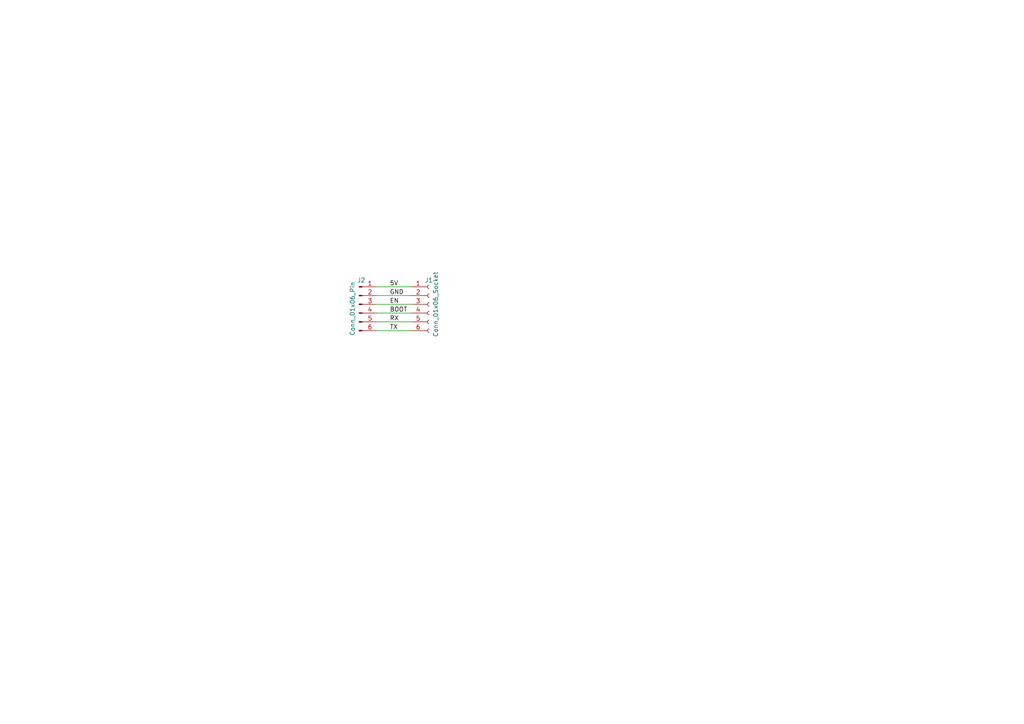
<source format=kicad_sch>
(kicad_sch (version 20230121) (generator eeschema)
  (paper "A4")
  (lib_symbols
    (symbol "Connector:Conn_01x06_Pin" (pin_names (offset 1.016) hide)
      (property "Reference" "J" (at 0 7.62 0))
      (property "Value" "Conn_01x06_Pin" (at 0 -10.16 0))
      (symbol "Conn_01x06_Pin_1_1"
        (polyline (pts (xy 1.27 -7.62) (xy 0.8636 -7.62)) (stroke (width 0.1524)))
        (polyline (pts (xy 1.27 -5.08) (xy 0.8636 -5.08)) (stroke (width 0.1524)))
        (polyline (pts (xy 1.27 -2.54) (xy 0.8636 -2.54)) (stroke (width 0.1524)))
        (polyline (pts (xy 1.27 0) (xy 0.8636 0)) (stroke (width 0.1524)))
        (polyline (pts (xy 1.27 2.54) (xy 0.8636 2.54)) (stroke (width 0.1524)))
        (polyline (pts (xy 1.27 5.08) (xy 0.8636 5.08)) (stroke (width 0.1524)))
        (rectangle (start 0.8636 -7.493) (end 0 -7.747) (stroke (width 0.1524)) (fill (type outline)))
        (rectangle (start 0.8636 -4.953) (end 0 -5.207) (stroke (width 0.1524)) (fill (type outline)))
        (rectangle (start 0.8636 -2.413) (end 0 -2.667) (stroke (width 0.1524)) (fill (type outline)))
        (rectangle (start 0.8636 0.127) (end 0 -0.127) (stroke (width 0.1524)) (fill (type outline)))
        (rectangle (start 0.8636 2.667) (end 0 2.413) (stroke (width 0.1524)) (fill (type outline)))
        (rectangle (start 0.8636 5.207) (end 0 4.953) (stroke (width 0.1524)) (fill (type outline)))
        (pin passive line (at 5.08 5.08 180) (length 3.81) (name "Pin_1") (number "1"))
        (pin passive line (at 5.08 2.54 180) (length 3.81) (name "Pin_2") (number "2"))
        (pin passive line (at 5.08 0 180) (length 3.81) (name "Pin_3") (number "3"))
        (pin passive line (at 5.08 -2.54 180) (length 3.81) (name "Pin_4") (number "4"))
        (pin passive line (at 5.08 -5.08 180) (length 3.81) (name "Pin_5") (number "5"))
        (pin passive line (at 5.08 -7.62 180) (length 3.81) (name "Pin_6") (number "6"))
      )
    )
    (symbol "Connector:Conn_01x06_Socket" (pin_names (offset 1.016) hide)
      (property "Reference" "J" (at 0 7.62 0))
      (property "Value" "Conn_01x06_Socket" (at 0 -10.16 0))
      (symbol "Conn_01x06_Socket_1_1"
        (arc (start 0 -7.112) (mid -0.5058 -7.62) (end 0 -8.128) (stroke (width 0.1524)))
        (arc (start 0 -4.572) (mid -0.5058 -5.08) (end 0 -5.588) (stroke (width 0.1524)))
        (arc (start 0 -2.032) (mid -0.5058 -2.54) (end 0 -3.048) (stroke (width 0.1524)))
        (polyline (pts (xy -1.27 -7.62) (xy -0.508 -7.62)) (stroke (width 0.1524)))
        (polyline (pts (xy -1.27 -5.08) (xy -0.508 -5.08)) (stroke (width 0.1524)))
        (polyline (pts (xy -1.27 -2.54) (xy -0.508 -2.54)) (stroke (width 0.1524)))
        (polyline (pts (xy -1.27 0) (xy -0.508 0)) (stroke (width 0.1524)))
        (polyline (pts (xy -1.27 2.54) (xy -0.508 2.54)) (stroke (width 0.1524)))
        (polyline (pts (xy -1.27 5.08) (xy -0.508 5.08)) (stroke (width 0.1524)))
        (arc (start 0 0.508) (mid -0.5058 0) (end 0 -0.508) (stroke (width 0.1524)))
        (arc (start 0 3.048) (mid -0.5058 2.54) (end 0 2.032) (stroke (width 0.1524)))
        (arc (start 0 5.588) (mid -0.5058 5.08) (end 0 4.572) (stroke (width 0.1524)))
        (pin passive line (at -5.08 5.08 0) (length 3.81) (name "Pin_1") (number "1"))
        (pin passive line (at -5.08 2.54 0) (length 3.81) (name "Pin_2") (number "2"))
        (pin passive line (at -5.08 0 0) (length 3.81) (name "Pin_3") (number "3"))
        (pin passive line (at -5.08 -2.54 0) (length 3.81) (name "Pin_4") (number "4"))
        (pin passive line (at -5.08 -5.08 0) (length 3.81) (name "Pin_5") (number "5"))
        (pin passive line (at -5.08 -7.62 0) (length 3.81) (name "Pin_6") (number "6"))
      )
    )
  )
  (wire (pts (xy 109.22 95.885) (xy 119.38 95.885)))
  (wire (pts (xy 109.22 90.805) (xy 119.38 90.805)))
  (wire (pts (xy 109.22 93.345) (xy 119.38 93.345)))
  (wire (pts (xy 109.22 85.725) (xy 119.38 85.725)))
  (wire (pts (xy 109.22 88.265) (xy 119.38 88.265)))
  (wire (pts (xy 109.22 83.185) (xy 119.38 83.185)))
  (label "5V" (at 113.03 83.185 0))
  (label "EN" (at 113.03 88.265 0))
  (label "RX" (at 113.03 93.345 0))
  (label "BOOT" (at 113.03 90.805 0))
  (label "TX" (at 113.03 95.885 0))
  (label "GND" (at 113.03 85.725 0))
  (symbol (lib_id "Connector:Conn_01x06_Pin") (at 104.14 88.265 0) (unit 1)
    (property "Reference" "J2" (at 104.775 81.28 0))
    (property "Value" "Conn_01x06_Pin" (at 102.235 89.535 90))
    (property "Footprint" "Connector_PinHeader_2.54mm:PinHeader_1x06_P2.54mm_Vertical" (effects hide))
  )
  (symbol (lib_id "Connector:Conn_01x06_Socket") (at 124.46 88.265 0) (unit 1)
    (property "Reference" "J1" (at 123.19 81.28 0) (effects (justify left)))
    (property "Value" "Conn_01x06_Socket" (at 126.365 97.79 90) (effects (justify left)))
    (property "Footprint" "Connector_JST:JST_SH_SM06B-SRSS-TB_1x06-1MP_P1.00mm_Horizontal" (effects hide))
  )
)
</source>
